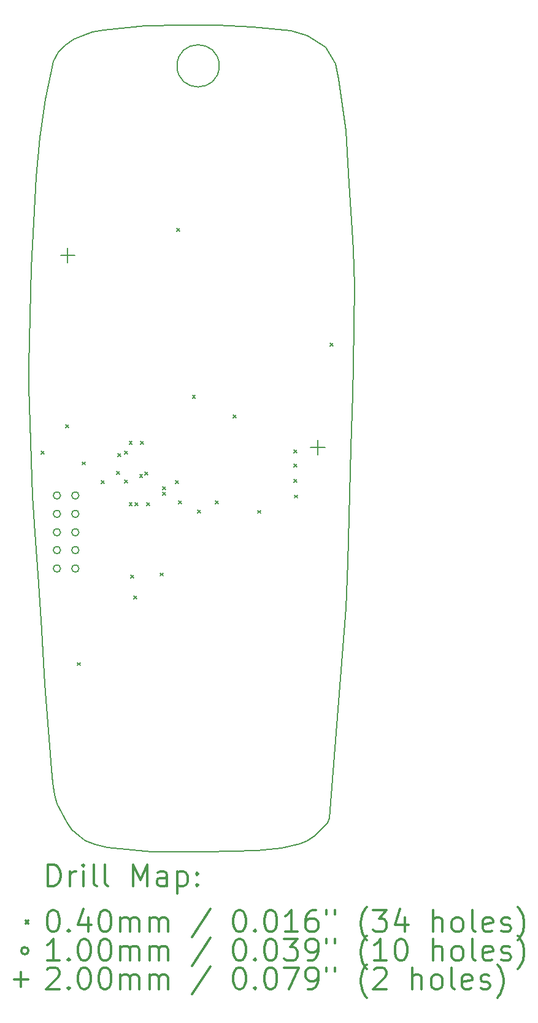
<source format=gbr>
%FSLAX45Y45*%
G04 Gerber Fmt 4.5, Leading zero omitted, Abs format (unit mm)*
G04 Created by KiCad (PCBNEW 4.0.7) date Mon Aug 20 12:58:33 2018*
%MOMM*%
%LPD*%
G01*
G04 APERTURE LIST*
%ADD10C,0.127000*%
%ADD11C,0.150000*%
%ADD12C,0.200000*%
%ADD13C,0.300000*%
G04 APERTURE END LIST*
D10*
D11*
X8060000Y-11820000D02*
X8040000Y-12450000D01*
X3835000Y-12756000D02*
X3880000Y-13500000D01*
X6285689Y-4965000D02*
G75*
G03X6285689Y-4965000I-290689J0D01*
G01*
X3695000Y-10405000D02*
X3710000Y-10905000D01*
X7810000Y-15340000D02*
X8040000Y-12450000D01*
X3990000Y-14860000D02*
X4015000Y-15020000D01*
X7785000Y-15410000D02*
X7810000Y-15340000D01*
X7605000Y-15590000D02*
X7785000Y-15410000D01*
X7505000Y-15655000D02*
X7605000Y-15590000D01*
X7400000Y-15700000D02*
X7505000Y-15655000D01*
X7150000Y-15755000D02*
X7400000Y-15700000D01*
X6810000Y-15790000D02*
X7150000Y-15755000D01*
X6105000Y-15810000D02*
X6810000Y-15790000D01*
X5350000Y-15805000D02*
X6105000Y-15810000D01*
X4745000Y-15750000D02*
X5350000Y-15805000D01*
X4575000Y-15710000D02*
X4745000Y-15750000D01*
X4440000Y-15655000D02*
X4575000Y-15710000D01*
X4350000Y-15590000D02*
X4440000Y-15655000D01*
X4255000Y-15500000D02*
X4350000Y-15590000D01*
X4185000Y-15405000D02*
X4255000Y-15500000D01*
X4050000Y-15150000D02*
X4185000Y-15405000D01*
X4015000Y-15020000D02*
X4050000Y-15150000D01*
X3970000Y-14670000D02*
X3990000Y-14860000D01*
X3880000Y-13500000D02*
X3970000Y-14670000D01*
X3790000Y-12105000D02*
X3835000Y-12755000D01*
X3740000Y-11405000D02*
X3790000Y-12105000D01*
X3710000Y-10905000D02*
X3740000Y-11405000D01*
X3660000Y-9395000D02*
X3695000Y-10405000D01*
X3660000Y-9095000D02*
X3660000Y-9395000D01*
X3695000Y-7750000D02*
X3660000Y-9095000D01*
X3760000Y-6495000D02*
X3695000Y-7750000D01*
X3810000Y-5955000D02*
X3760000Y-6495000D01*
X3885000Y-5430000D02*
X3810000Y-5955000D01*
X4000000Y-4900000D02*
X3885000Y-5430000D01*
X4065000Y-4775000D02*
X4000000Y-4900000D01*
X4155000Y-4685000D02*
X4065000Y-4775000D01*
X4280000Y-4600000D02*
X4155000Y-4685000D01*
X4400000Y-4545000D02*
X4280000Y-4600000D01*
X4540000Y-4500000D02*
X4400000Y-4545000D01*
X4690000Y-4470000D02*
X4540000Y-4500000D01*
X5265000Y-4415000D02*
X4690000Y-4470000D01*
X5765000Y-4400000D02*
X5265000Y-4415000D01*
X6260000Y-4400000D02*
X5765000Y-4400000D01*
X6750000Y-4430000D02*
X6260000Y-4400000D01*
X7270000Y-4480000D02*
X6750000Y-4430000D01*
X7500000Y-4550000D02*
X7270000Y-4480000D01*
X7755000Y-4710000D02*
X7500000Y-4550000D01*
X7890000Y-4940000D02*
X7755000Y-4710000D01*
X7935000Y-5150000D02*
X7890000Y-4940000D01*
X8035000Y-5860000D02*
X7935000Y-5150000D01*
X8080000Y-6600000D02*
X8035000Y-5860000D01*
X8110000Y-7100000D02*
X8080000Y-6600000D01*
X8135000Y-7500000D02*
X8110000Y-7100000D01*
X8155000Y-8000000D02*
X8135000Y-7500000D01*
X8140000Y-9100000D02*
X8155000Y-8000000D01*
X8130000Y-9500000D02*
X8140000Y-9100000D01*
X8105000Y-10240000D02*
X8130000Y-9500000D01*
X8060000Y-11820000D02*
X8105000Y-10240000D01*
D12*
X3830000Y-10280000D02*
X3870000Y-10320000D01*
X3870000Y-10280000D02*
X3830000Y-10320000D01*
X4164997Y-9915000D02*
X4204997Y-9955000D01*
X4204997Y-9915000D02*
X4164997Y-9955000D01*
X4328000Y-13198000D02*
X4368000Y-13238000D01*
X4368000Y-13198000D02*
X4328000Y-13238000D01*
X4393610Y-10430001D02*
X4433610Y-10470001D01*
X4433610Y-10430001D02*
X4393610Y-10470001D01*
X4658000Y-10690000D02*
X4698000Y-10730000D01*
X4698000Y-10690000D02*
X4658000Y-10730000D01*
X4871551Y-10562270D02*
X4911551Y-10602270D01*
X4911551Y-10562270D02*
X4871551Y-10602270D01*
X4889755Y-10315000D02*
X4929755Y-10355000D01*
X4929755Y-10315000D02*
X4889755Y-10355000D01*
X4980000Y-10280000D02*
X5020000Y-10320000D01*
X5020000Y-10280000D02*
X4980000Y-10320000D01*
X4980000Y-10680000D02*
X5020000Y-10720000D01*
X5020000Y-10680000D02*
X4980000Y-10720000D01*
X5043000Y-10145000D02*
X5083000Y-10185000D01*
X5083000Y-10145000D02*
X5043000Y-10185000D01*
X5043000Y-10995000D02*
X5083000Y-11035000D01*
X5083000Y-10995000D02*
X5043000Y-11035000D01*
X5067000Y-11989000D02*
X5107000Y-12029000D01*
X5107000Y-11989000D02*
X5067000Y-12029000D01*
X5110000Y-12280000D02*
X5150000Y-12320000D01*
X5150000Y-12280000D02*
X5110000Y-12320000D01*
X5123000Y-10995000D02*
X5163000Y-11035000D01*
X5163000Y-10995000D02*
X5123000Y-11035000D01*
X5188000Y-10605000D02*
X5228000Y-10645000D01*
X5228000Y-10605000D02*
X5188000Y-10645000D01*
X5203000Y-10145000D02*
X5243000Y-10185000D01*
X5243000Y-10145000D02*
X5203000Y-10185000D01*
X5262962Y-10571038D02*
X5302962Y-10611038D01*
X5302962Y-10571038D02*
X5262962Y-10611038D01*
X5283000Y-10995000D02*
X5323000Y-11035000D01*
X5323000Y-10995000D02*
X5283000Y-11035000D01*
X5473000Y-11962000D02*
X5513000Y-12002000D01*
X5513000Y-11962000D02*
X5473000Y-12002000D01*
X5508000Y-10770000D02*
X5548000Y-10810000D01*
X5548000Y-10770000D02*
X5508000Y-10810000D01*
X5508000Y-10850000D02*
X5548000Y-10890000D01*
X5548000Y-10850000D02*
X5508000Y-10890000D01*
X5682000Y-10685999D02*
X5722000Y-10725999D01*
X5722000Y-10685999D02*
X5682000Y-10725999D01*
X5700000Y-7210000D02*
X5740000Y-7250000D01*
X5740000Y-7210000D02*
X5700000Y-7250000D01*
X5722516Y-10967265D02*
X5762516Y-11007265D01*
X5762516Y-10967265D02*
X5722516Y-11007265D01*
X5915000Y-9512000D02*
X5955000Y-9552000D01*
X5955000Y-9512000D02*
X5915000Y-9552000D01*
X5986000Y-11092000D02*
X6026000Y-11132000D01*
X6026000Y-11092000D02*
X5986000Y-11132000D01*
X6231000Y-10968000D02*
X6271000Y-11008000D01*
X6271000Y-10968000D02*
X6231000Y-11008000D01*
X6480000Y-9780000D02*
X6520000Y-9820000D01*
X6520000Y-9780000D02*
X6480000Y-9820000D01*
X6819000Y-11098000D02*
X6859000Y-11138000D01*
X6859000Y-11098000D02*
X6819000Y-11138000D01*
X7320000Y-10261000D02*
X7360000Y-10301000D01*
X7360000Y-10261000D02*
X7320000Y-10301000D01*
X7320000Y-10461000D02*
X7360000Y-10501000D01*
X7360000Y-10461000D02*
X7320000Y-10501000D01*
X7320000Y-10671000D02*
X7360000Y-10711000D01*
X7360000Y-10671000D02*
X7320000Y-10711000D01*
X7325000Y-10886000D02*
X7365000Y-10926000D01*
X7365000Y-10886000D02*
X7325000Y-10926000D01*
X7815000Y-8790000D02*
X7855000Y-8830000D01*
X7855000Y-8790000D02*
X7815000Y-8830000D01*
X4096000Y-10892000D02*
G75*
G03X4096000Y-10892000I-50000J0D01*
G01*
X4096000Y-11146000D02*
G75*
G03X4096000Y-11146000I-50000J0D01*
G01*
X4096000Y-11400000D02*
G75*
G03X4096000Y-11400000I-50000J0D01*
G01*
X4096000Y-11646000D02*
G75*
G03X4096000Y-11646000I-50000J0D01*
G01*
X4096000Y-11900000D02*
G75*
G03X4096000Y-11900000I-50000J0D01*
G01*
X4350000Y-10892000D02*
G75*
G03X4350000Y-10892000I-50000J0D01*
G01*
X4350000Y-11146000D02*
G75*
G03X4350000Y-11146000I-50000J0D01*
G01*
X4350000Y-11400000D02*
G75*
G03X4350000Y-11400000I-50000J0D01*
G01*
X4350000Y-11646000D02*
G75*
G03X4350000Y-11646000I-50000J0D01*
G01*
X4350000Y-11900000D02*
G75*
G03X4350000Y-11900000I-50000J0D01*
G01*
X4195000Y-7480000D02*
X4195000Y-7680000D01*
X4095000Y-7580000D02*
X4295000Y-7580000D01*
X7645000Y-10130000D02*
X7645000Y-10330000D01*
X7545000Y-10230000D02*
X7745000Y-10230000D01*
D13*
X3923928Y-16283214D02*
X3923928Y-15983214D01*
X3995357Y-15983214D01*
X4038214Y-15997500D01*
X4066786Y-16026071D01*
X4081071Y-16054643D01*
X4095357Y-16111786D01*
X4095357Y-16154643D01*
X4081071Y-16211786D01*
X4066786Y-16240357D01*
X4038214Y-16268929D01*
X3995357Y-16283214D01*
X3923928Y-16283214D01*
X4223929Y-16283214D02*
X4223929Y-16083214D01*
X4223929Y-16140357D02*
X4238214Y-16111786D01*
X4252500Y-16097500D01*
X4281071Y-16083214D01*
X4309643Y-16083214D01*
X4409643Y-16283214D02*
X4409643Y-16083214D01*
X4409643Y-15983214D02*
X4395357Y-15997500D01*
X4409643Y-16011786D01*
X4423929Y-15997500D01*
X4409643Y-15983214D01*
X4409643Y-16011786D01*
X4595357Y-16283214D02*
X4566786Y-16268929D01*
X4552500Y-16240357D01*
X4552500Y-15983214D01*
X4752500Y-16283214D02*
X4723929Y-16268929D01*
X4709643Y-16240357D01*
X4709643Y-15983214D01*
X5095357Y-16283214D02*
X5095357Y-15983214D01*
X5195357Y-16197500D01*
X5295357Y-15983214D01*
X5295357Y-16283214D01*
X5566786Y-16283214D02*
X5566786Y-16126071D01*
X5552500Y-16097500D01*
X5523929Y-16083214D01*
X5466786Y-16083214D01*
X5438214Y-16097500D01*
X5566786Y-16268929D02*
X5538214Y-16283214D01*
X5466786Y-16283214D01*
X5438214Y-16268929D01*
X5423929Y-16240357D01*
X5423929Y-16211786D01*
X5438214Y-16183214D01*
X5466786Y-16168929D01*
X5538214Y-16168929D01*
X5566786Y-16154643D01*
X5709643Y-16083214D02*
X5709643Y-16383214D01*
X5709643Y-16097500D02*
X5738214Y-16083214D01*
X5795357Y-16083214D01*
X5823928Y-16097500D01*
X5838214Y-16111786D01*
X5852500Y-16140357D01*
X5852500Y-16226071D01*
X5838214Y-16254643D01*
X5823928Y-16268929D01*
X5795357Y-16283214D01*
X5738214Y-16283214D01*
X5709643Y-16268929D01*
X5981071Y-16254643D02*
X5995357Y-16268929D01*
X5981071Y-16283214D01*
X5966786Y-16268929D01*
X5981071Y-16254643D01*
X5981071Y-16283214D01*
X5981071Y-16097500D02*
X5995357Y-16111786D01*
X5981071Y-16126071D01*
X5966786Y-16111786D01*
X5981071Y-16097500D01*
X5981071Y-16126071D01*
X3612500Y-16757500D02*
X3652500Y-16797500D01*
X3652500Y-16757500D02*
X3612500Y-16797500D01*
X3981071Y-16613214D02*
X4009643Y-16613214D01*
X4038214Y-16627500D01*
X4052500Y-16641786D01*
X4066786Y-16670357D01*
X4081071Y-16727500D01*
X4081071Y-16798929D01*
X4066786Y-16856072D01*
X4052500Y-16884643D01*
X4038214Y-16898929D01*
X4009643Y-16913214D01*
X3981071Y-16913214D01*
X3952500Y-16898929D01*
X3938214Y-16884643D01*
X3923928Y-16856072D01*
X3909643Y-16798929D01*
X3909643Y-16727500D01*
X3923928Y-16670357D01*
X3938214Y-16641786D01*
X3952500Y-16627500D01*
X3981071Y-16613214D01*
X4209643Y-16884643D02*
X4223929Y-16898929D01*
X4209643Y-16913214D01*
X4195357Y-16898929D01*
X4209643Y-16884643D01*
X4209643Y-16913214D01*
X4481071Y-16713214D02*
X4481071Y-16913214D01*
X4409643Y-16598929D02*
X4338214Y-16813214D01*
X4523928Y-16813214D01*
X4695357Y-16613214D02*
X4723929Y-16613214D01*
X4752500Y-16627500D01*
X4766786Y-16641786D01*
X4781071Y-16670357D01*
X4795357Y-16727500D01*
X4795357Y-16798929D01*
X4781071Y-16856072D01*
X4766786Y-16884643D01*
X4752500Y-16898929D01*
X4723929Y-16913214D01*
X4695357Y-16913214D01*
X4666786Y-16898929D01*
X4652500Y-16884643D01*
X4638214Y-16856072D01*
X4623929Y-16798929D01*
X4623929Y-16727500D01*
X4638214Y-16670357D01*
X4652500Y-16641786D01*
X4666786Y-16627500D01*
X4695357Y-16613214D01*
X4923929Y-16913214D02*
X4923929Y-16713214D01*
X4923929Y-16741786D02*
X4938214Y-16727500D01*
X4966786Y-16713214D01*
X5009643Y-16713214D01*
X5038214Y-16727500D01*
X5052500Y-16756071D01*
X5052500Y-16913214D01*
X5052500Y-16756071D02*
X5066786Y-16727500D01*
X5095357Y-16713214D01*
X5138214Y-16713214D01*
X5166786Y-16727500D01*
X5181071Y-16756071D01*
X5181071Y-16913214D01*
X5323929Y-16913214D02*
X5323929Y-16713214D01*
X5323929Y-16741786D02*
X5338214Y-16727500D01*
X5366786Y-16713214D01*
X5409643Y-16713214D01*
X5438214Y-16727500D01*
X5452500Y-16756071D01*
X5452500Y-16913214D01*
X5452500Y-16756071D02*
X5466786Y-16727500D01*
X5495357Y-16713214D01*
X5538214Y-16713214D01*
X5566786Y-16727500D01*
X5581071Y-16756071D01*
X5581071Y-16913214D01*
X6166786Y-16598929D02*
X5909643Y-16984643D01*
X6552500Y-16613214D02*
X6581071Y-16613214D01*
X6609643Y-16627500D01*
X6623928Y-16641786D01*
X6638214Y-16670357D01*
X6652500Y-16727500D01*
X6652500Y-16798929D01*
X6638214Y-16856072D01*
X6623928Y-16884643D01*
X6609643Y-16898929D01*
X6581071Y-16913214D01*
X6552500Y-16913214D01*
X6523928Y-16898929D01*
X6509643Y-16884643D01*
X6495357Y-16856072D01*
X6481071Y-16798929D01*
X6481071Y-16727500D01*
X6495357Y-16670357D01*
X6509643Y-16641786D01*
X6523928Y-16627500D01*
X6552500Y-16613214D01*
X6781071Y-16884643D02*
X6795357Y-16898929D01*
X6781071Y-16913214D01*
X6766786Y-16898929D01*
X6781071Y-16884643D01*
X6781071Y-16913214D01*
X6981071Y-16613214D02*
X7009643Y-16613214D01*
X7038214Y-16627500D01*
X7052500Y-16641786D01*
X7066785Y-16670357D01*
X7081071Y-16727500D01*
X7081071Y-16798929D01*
X7066785Y-16856072D01*
X7052500Y-16884643D01*
X7038214Y-16898929D01*
X7009643Y-16913214D01*
X6981071Y-16913214D01*
X6952500Y-16898929D01*
X6938214Y-16884643D01*
X6923928Y-16856072D01*
X6909643Y-16798929D01*
X6909643Y-16727500D01*
X6923928Y-16670357D01*
X6938214Y-16641786D01*
X6952500Y-16627500D01*
X6981071Y-16613214D01*
X7366785Y-16913214D02*
X7195357Y-16913214D01*
X7281071Y-16913214D02*
X7281071Y-16613214D01*
X7252500Y-16656071D01*
X7223928Y-16684643D01*
X7195357Y-16698929D01*
X7623928Y-16613214D02*
X7566785Y-16613214D01*
X7538214Y-16627500D01*
X7523928Y-16641786D01*
X7495357Y-16684643D01*
X7481071Y-16741786D01*
X7481071Y-16856072D01*
X7495357Y-16884643D01*
X7509643Y-16898929D01*
X7538214Y-16913214D01*
X7595357Y-16913214D01*
X7623928Y-16898929D01*
X7638214Y-16884643D01*
X7652500Y-16856072D01*
X7652500Y-16784643D01*
X7638214Y-16756071D01*
X7623928Y-16741786D01*
X7595357Y-16727500D01*
X7538214Y-16727500D01*
X7509643Y-16741786D01*
X7495357Y-16756071D01*
X7481071Y-16784643D01*
X7766786Y-16613214D02*
X7766786Y-16670357D01*
X7881071Y-16613214D02*
X7881071Y-16670357D01*
X8323928Y-17027500D02*
X8309643Y-17013214D01*
X8281071Y-16970357D01*
X8266785Y-16941786D01*
X8252500Y-16898929D01*
X8238214Y-16827500D01*
X8238214Y-16770357D01*
X8252500Y-16698929D01*
X8266785Y-16656071D01*
X8281071Y-16627500D01*
X8309643Y-16584643D01*
X8323928Y-16570357D01*
X8409643Y-16613214D02*
X8595357Y-16613214D01*
X8495357Y-16727500D01*
X8538214Y-16727500D01*
X8566786Y-16741786D01*
X8581071Y-16756071D01*
X8595357Y-16784643D01*
X8595357Y-16856072D01*
X8581071Y-16884643D01*
X8566786Y-16898929D01*
X8538214Y-16913214D01*
X8452500Y-16913214D01*
X8423928Y-16898929D01*
X8409643Y-16884643D01*
X8852500Y-16713214D02*
X8852500Y-16913214D01*
X8781071Y-16598929D02*
X8709643Y-16813214D01*
X8895357Y-16813214D01*
X9238214Y-16913214D02*
X9238214Y-16613214D01*
X9366786Y-16913214D02*
X9366786Y-16756071D01*
X9352500Y-16727500D01*
X9323928Y-16713214D01*
X9281071Y-16713214D01*
X9252500Y-16727500D01*
X9238214Y-16741786D01*
X9552500Y-16913214D02*
X9523928Y-16898929D01*
X9509643Y-16884643D01*
X9495357Y-16856072D01*
X9495357Y-16770357D01*
X9509643Y-16741786D01*
X9523928Y-16727500D01*
X9552500Y-16713214D01*
X9595357Y-16713214D01*
X9623928Y-16727500D01*
X9638214Y-16741786D01*
X9652500Y-16770357D01*
X9652500Y-16856072D01*
X9638214Y-16884643D01*
X9623928Y-16898929D01*
X9595357Y-16913214D01*
X9552500Y-16913214D01*
X9823928Y-16913214D02*
X9795357Y-16898929D01*
X9781071Y-16870357D01*
X9781071Y-16613214D01*
X10052500Y-16898929D02*
X10023929Y-16913214D01*
X9966786Y-16913214D01*
X9938214Y-16898929D01*
X9923929Y-16870357D01*
X9923929Y-16756071D01*
X9938214Y-16727500D01*
X9966786Y-16713214D01*
X10023929Y-16713214D01*
X10052500Y-16727500D01*
X10066786Y-16756071D01*
X10066786Y-16784643D01*
X9923929Y-16813214D01*
X10181071Y-16898929D02*
X10209643Y-16913214D01*
X10266786Y-16913214D01*
X10295357Y-16898929D01*
X10309643Y-16870357D01*
X10309643Y-16856072D01*
X10295357Y-16827500D01*
X10266786Y-16813214D01*
X10223929Y-16813214D01*
X10195357Y-16798929D01*
X10181071Y-16770357D01*
X10181071Y-16756071D01*
X10195357Y-16727500D01*
X10223929Y-16713214D01*
X10266786Y-16713214D01*
X10295357Y-16727500D01*
X10409643Y-17027500D02*
X10423929Y-17013214D01*
X10452500Y-16970357D01*
X10466786Y-16941786D01*
X10481071Y-16898929D01*
X10495357Y-16827500D01*
X10495357Y-16770357D01*
X10481071Y-16698929D01*
X10466786Y-16656071D01*
X10452500Y-16627500D01*
X10423929Y-16584643D01*
X10409643Y-16570357D01*
X3652500Y-17173500D02*
G75*
G03X3652500Y-17173500I-50000J0D01*
G01*
X4081071Y-17309214D02*
X3909643Y-17309214D01*
X3995357Y-17309214D02*
X3995357Y-17009214D01*
X3966786Y-17052072D01*
X3938214Y-17080643D01*
X3909643Y-17094929D01*
X4209643Y-17280643D02*
X4223929Y-17294929D01*
X4209643Y-17309214D01*
X4195357Y-17294929D01*
X4209643Y-17280643D01*
X4209643Y-17309214D01*
X4409643Y-17009214D02*
X4438214Y-17009214D01*
X4466786Y-17023500D01*
X4481071Y-17037786D01*
X4495357Y-17066357D01*
X4509643Y-17123500D01*
X4509643Y-17194929D01*
X4495357Y-17252072D01*
X4481071Y-17280643D01*
X4466786Y-17294929D01*
X4438214Y-17309214D01*
X4409643Y-17309214D01*
X4381071Y-17294929D01*
X4366786Y-17280643D01*
X4352500Y-17252072D01*
X4338214Y-17194929D01*
X4338214Y-17123500D01*
X4352500Y-17066357D01*
X4366786Y-17037786D01*
X4381071Y-17023500D01*
X4409643Y-17009214D01*
X4695357Y-17009214D02*
X4723929Y-17009214D01*
X4752500Y-17023500D01*
X4766786Y-17037786D01*
X4781071Y-17066357D01*
X4795357Y-17123500D01*
X4795357Y-17194929D01*
X4781071Y-17252072D01*
X4766786Y-17280643D01*
X4752500Y-17294929D01*
X4723929Y-17309214D01*
X4695357Y-17309214D01*
X4666786Y-17294929D01*
X4652500Y-17280643D01*
X4638214Y-17252072D01*
X4623929Y-17194929D01*
X4623929Y-17123500D01*
X4638214Y-17066357D01*
X4652500Y-17037786D01*
X4666786Y-17023500D01*
X4695357Y-17009214D01*
X4923929Y-17309214D02*
X4923929Y-17109214D01*
X4923929Y-17137786D02*
X4938214Y-17123500D01*
X4966786Y-17109214D01*
X5009643Y-17109214D01*
X5038214Y-17123500D01*
X5052500Y-17152072D01*
X5052500Y-17309214D01*
X5052500Y-17152072D02*
X5066786Y-17123500D01*
X5095357Y-17109214D01*
X5138214Y-17109214D01*
X5166786Y-17123500D01*
X5181071Y-17152072D01*
X5181071Y-17309214D01*
X5323929Y-17309214D02*
X5323929Y-17109214D01*
X5323929Y-17137786D02*
X5338214Y-17123500D01*
X5366786Y-17109214D01*
X5409643Y-17109214D01*
X5438214Y-17123500D01*
X5452500Y-17152072D01*
X5452500Y-17309214D01*
X5452500Y-17152072D02*
X5466786Y-17123500D01*
X5495357Y-17109214D01*
X5538214Y-17109214D01*
X5566786Y-17123500D01*
X5581071Y-17152072D01*
X5581071Y-17309214D01*
X6166786Y-16994929D02*
X5909643Y-17380643D01*
X6552500Y-17009214D02*
X6581071Y-17009214D01*
X6609643Y-17023500D01*
X6623928Y-17037786D01*
X6638214Y-17066357D01*
X6652500Y-17123500D01*
X6652500Y-17194929D01*
X6638214Y-17252072D01*
X6623928Y-17280643D01*
X6609643Y-17294929D01*
X6581071Y-17309214D01*
X6552500Y-17309214D01*
X6523928Y-17294929D01*
X6509643Y-17280643D01*
X6495357Y-17252072D01*
X6481071Y-17194929D01*
X6481071Y-17123500D01*
X6495357Y-17066357D01*
X6509643Y-17037786D01*
X6523928Y-17023500D01*
X6552500Y-17009214D01*
X6781071Y-17280643D02*
X6795357Y-17294929D01*
X6781071Y-17309214D01*
X6766786Y-17294929D01*
X6781071Y-17280643D01*
X6781071Y-17309214D01*
X6981071Y-17009214D02*
X7009643Y-17009214D01*
X7038214Y-17023500D01*
X7052500Y-17037786D01*
X7066785Y-17066357D01*
X7081071Y-17123500D01*
X7081071Y-17194929D01*
X7066785Y-17252072D01*
X7052500Y-17280643D01*
X7038214Y-17294929D01*
X7009643Y-17309214D01*
X6981071Y-17309214D01*
X6952500Y-17294929D01*
X6938214Y-17280643D01*
X6923928Y-17252072D01*
X6909643Y-17194929D01*
X6909643Y-17123500D01*
X6923928Y-17066357D01*
X6938214Y-17037786D01*
X6952500Y-17023500D01*
X6981071Y-17009214D01*
X7181071Y-17009214D02*
X7366785Y-17009214D01*
X7266785Y-17123500D01*
X7309643Y-17123500D01*
X7338214Y-17137786D01*
X7352500Y-17152072D01*
X7366785Y-17180643D01*
X7366785Y-17252072D01*
X7352500Y-17280643D01*
X7338214Y-17294929D01*
X7309643Y-17309214D01*
X7223928Y-17309214D01*
X7195357Y-17294929D01*
X7181071Y-17280643D01*
X7509643Y-17309214D02*
X7566785Y-17309214D01*
X7595357Y-17294929D01*
X7609643Y-17280643D01*
X7638214Y-17237786D01*
X7652500Y-17180643D01*
X7652500Y-17066357D01*
X7638214Y-17037786D01*
X7623928Y-17023500D01*
X7595357Y-17009214D01*
X7538214Y-17009214D01*
X7509643Y-17023500D01*
X7495357Y-17037786D01*
X7481071Y-17066357D01*
X7481071Y-17137786D01*
X7495357Y-17166357D01*
X7509643Y-17180643D01*
X7538214Y-17194929D01*
X7595357Y-17194929D01*
X7623928Y-17180643D01*
X7638214Y-17166357D01*
X7652500Y-17137786D01*
X7766786Y-17009214D02*
X7766786Y-17066357D01*
X7881071Y-17009214D02*
X7881071Y-17066357D01*
X8323928Y-17423500D02*
X8309643Y-17409214D01*
X8281071Y-17366357D01*
X8266785Y-17337786D01*
X8252500Y-17294929D01*
X8238214Y-17223500D01*
X8238214Y-17166357D01*
X8252500Y-17094929D01*
X8266785Y-17052072D01*
X8281071Y-17023500D01*
X8309643Y-16980643D01*
X8323928Y-16966357D01*
X8595357Y-17309214D02*
X8423928Y-17309214D01*
X8509643Y-17309214D02*
X8509643Y-17009214D01*
X8481071Y-17052072D01*
X8452500Y-17080643D01*
X8423928Y-17094929D01*
X8781071Y-17009214D02*
X8809643Y-17009214D01*
X8838214Y-17023500D01*
X8852500Y-17037786D01*
X8866786Y-17066357D01*
X8881071Y-17123500D01*
X8881071Y-17194929D01*
X8866786Y-17252072D01*
X8852500Y-17280643D01*
X8838214Y-17294929D01*
X8809643Y-17309214D01*
X8781071Y-17309214D01*
X8752500Y-17294929D01*
X8738214Y-17280643D01*
X8723928Y-17252072D01*
X8709643Y-17194929D01*
X8709643Y-17123500D01*
X8723928Y-17066357D01*
X8738214Y-17037786D01*
X8752500Y-17023500D01*
X8781071Y-17009214D01*
X9238214Y-17309214D02*
X9238214Y-17009214D01*
X9366786Y-17309214D02*
X9366786Y-17152072D01*
X9352500Y-17123500D01*
X9323928Y-17109214D01*
X9281071Y-17109214D01*
X9252500Y-17123500D01*
X9238214Y-17137786D01*
X9552500Y-17309214D02*
X9523928Y-17294929D01*
X9509643Y-17280643D01*
X9495357Y-17252072D01*
X9495357Y-17166357D01*
X9509643Y-17137786D01*
X9523928Y-17123500D01*
X9552500Y-17109214D01*
X9595357Y-17109214D01*
X9623928Y-17123500D01*
X9638214Y-17137786D01*
X9652500Y-17166357D01*
X9652500Y-17252072D01*
X9638214Y-17280643D01*
X9623928Y-17294929D01*
X9595357Y-17309214D01*
X9552500Y-17309214D01*
X9823928Y-17309214D02*
X9795357Y-17294929D01*
X9781071Y-17266357D01*
X9781071Y-17009214D01*
X10052500Y-17294929D02*
X10023929Y-17309214D01*
X9966786Y-17309214D01*
X9938214Y-17294929D01*
X9923929Y-17266357D01*
X9923929Y-17152072D01*
X9938214Y-17123500D01*
X9966786Y-17109214D01*
X10023929Y-17109214D01*
X10052500Y-17123500D01*
X10066786Y-17152072D01*
X10066786Y-17180643D01*
X9923929Y-17209214D01*
X10181071Y-17294929D02*
X10209643Y-17309214D01*
X10266786Y-17309214D01*
X10295357Y-17294929D01*
X10309643Y-17266357D01*
X10309643Y-17252072D01*
X10295357Y-17223500D01*
X10266786Y-17209214D01*
X10223929Y-17209214D01*
X10195357Y-17194929D01*
X10181071Y-17166357D01*
X10181071Y-17152072D01*
X10195357Y-17123500D01*
X10223929Y-17109214D01*
X10266786Y-17109214D01*
X10295357Y-17123500D01*
X10409643Y-17423500D02*
X10423929Y-17409214D01*
X10452500Y-17366357D01*
X10466786Y-17337786D01*
X10481071Y-17294929D01*
X10495357Y-17223500D01*
X10495357Y-17166357D01*
X10481071Y-17094929D01*
X10466786Y-17052072D01*
X10452500Y-17023500D01*
X10423929Y-16980643D01*
X10409643Y-16966357D01*
X3552500Y-17469500D02*
X3552500Y-17669500D01*
X3452500Y-17569500D02*
X3652500Y-17569500D01*
X3909643Y-17433786D02*
X3923928Y-17419500D01*
X3952500Y-17405214D01*
X4023928Y-17405214D01*
X4052500Y-17419500D01*
X4066786Y-17433786D01*
X4081071Y-17462357D01*
X4081071Y-17490929D01*
X4066786Y-17533786D01*
X3895357Y-17705214D01*
X4081071Y-17705214D01*
X4209643Y-17676643D02*
X4223929Y-17690929D01*
X4209643Y-17705214D01*
X4195357Y-17690929D01*
X4209643Y-17676643D01*
X4209643Y-17705214D01*
X4409643Y-17405214D02*
X4438214Y-17405214D01*
X4466786Y-17419500D01*
X4481071Y-17433786D01*
X4495357Y-17462357D01*
X4509643Y-17519500D01*
X4509643Y-17590929D01*
X4495357Y-17648072D01*
X4481071Y-17676643D01*
X4466786Y-17690929D01*
X4438214Y-17705214D01*
X4409643Y-17705214D01*
X4381071Y-17690929D01*
X4366786Y-17676643D01*
X4352500Y-17648072D01*
X4338214Y-17590929D01*
X4338214Y-17519500D01*
X4352500Y-17462357D01*
X4366786Y-17433786D01*
X4381071Y-17419500D01*
X4409643Y-17405214D01*
X4695357Y-17405214D02*
X4723929Y-17405214D01*
X4752500Y-17419500D01*
X4766786Y-17433786D01*
X4781071Y-17462357D01*
X4795357Y-17519500D01*
X4795357Y-17590929D01*
X4781071Y-17648072D01*
X4766786Y-17676643D01*
X4752500Y-17690929D01*
X4723929Y-17705214D01*
X4695357Y-17705214D01*
X4666786Y-17690929D01*
X4652500Y-17676643D01*
X4638214Y-17648072D01*
X4623929Y-17590929D01*
X4623929Y-17519500D01*
X4638214Y-17462357D01*
X4652500Y-17433786D01*
X4666786Y-17419500D01*
X4695357Y-17405214D01*
X4923929Y-17705214D02*
X4923929Y-17505214D01*
X4923929Y-17533786D02*
X4938214Y-17519500D01*
X4966786Y-17505214D01*
X5009643Y-17505214D01*
X5038214Y-17519500D01*
X5052500Y-17548072D01*
X5052500Y-17705214D01*
X5052500Y-17548072D02*
X5066786Y-17519500D01*
X5095357Y-17505214D01*
X5138214Y-17505214D01*
X5166786Y-17519500D01*
X5181071Y-17548072D01*
X5181071Y-17705214D01*
X5323929Y-17705214D02*
X5323929Y-17505214D01*
X5323929Y-17533786D02*
X5338214Y-17519500D01*
X5366786Y-17505214D01*
X5409643Y-17505214D01*
X5438214Y-17519500D01*
X5452500Y-17548072D01*
X5452500Y-17705214D01*
X5452500Y-17548072D02*
X5466786Y-17519500D01*
X5495357Y-17505214D01*
X5538214Y-17505214D01*
X5566786Y-17519500D01*
X5581071Y-17548072D01*
X5581071Y-17705214D01*
X6166786Y-17390929D02*
X5909643Y-17776643D01*
X6552500Y-17405214D02*
X6581071Y-17405214D01*
X6609643Y-17419500D01*
X6623928Y-17433786D01*
X6638214Y-17462357D01*
X6652500Y-17519500D01*
X6652500Y-17590929D01*
X6638214Y-17648072D01*
X6623928Y-17676643D01*
X6609643Y-17690929D01*
X6581071Y-17705214D01*
X6552500Y-17705214D01*
X6523928Y-17690929D01*
X6509643Y-17676643D01*
X6495357Y-17648072D01*
X6481071Y-17590929D01*
X6481071Y-17519500D01*
X6495357Y-17462357D01*
X6509643Y-17433786D01*
X6523928Y-17419500D01*
X6552500Y-17405214D01*
X6781071Y-17676643D02*
X6795357Y-17690929D01*
X6781071Y-17705214D01*
X6766786Y-17690929D01*
X6781071Y-17676643D01*
X6781071Y-17705214D01*
X6981071Y-17405214D02*
X7009643Y-17405214D01*
X7038214Y-17419500D01*
X7052500Y-17433786D01*
X7066785Y-17462357D01*
X7081071Y-17519500D01*
X7081071Y-17590929D01*
X7066785Y-17648072D01*
X7052500Y-17676643D01*
X7038214Y-17690929D01*
X7009643Y-17705214D01*
X6981071Y-17705214D01*
X6952500Y-17690929D01*
X6938214Y-17676643D01*
X6923928Y-17648072D01*
X6909643Y-17590929D01*
X6909643Y-17519500D01*
X6923928Y-17462357D01*
X6938214Y-17433786D01*
X6952500Y-17419500D01*
X6981071Y-17405214D01*
X7181071Y-17405214D02*
X7381071Y-17405214D01*
X7252500Y-17705214D01*
X7509643Y-17705214D02*
X7566785Y-17705214D01*
X7595357Y-17690929D01*
X7609643Y-17676643D01*
X7638214Y-17633786D01*
X7652500Y-17576643D01*
X7652500Y-17462357D01*
X7638214Y-17433786D01*
X7623928Y-17419500D01*
X7595357Y-17405214D01*
X7538214Y-17405214D01*
X7509643Y-17419500D01*
X7495357Y-17433786D01*
X7481071Y-17462357D01*
X7481071Y-17533786D01*
X7495357Y-17562357D01*
X7509643Y-17576643D01*
X7538214Y-17590929D01*
X7595357Y-17590929D01*
X7623928Y-17576643D01*
X7638214Y-17562357D01*
X7652500Y-17533786D01*
X7766786Y-17405214D02*
X7766786Y-17462357D01*
X7881071Y-17405214D02*
X7881071Y-17462357D01*
X8323928Y-17819500D02*
X8309643Y-17805214D01*
X8281071Y-17762357D01*
X8266785Y-17733786D01*
X8252500Y-17690929D01*
X8238214Y-17619500D01*
X8238214Y-17562357D01*
X8252500Y-17490929D01*
X8266785Y-17448072D01*
X8281071Y-17419500D01*
X8309643Y-17376643D01*
X8323928Y-17362357D01*
X8423928Y-17433786D02*
X8438214Y-17419500D01*
X8466786Y-17405214D01*
X8538214Y-17405214D01*
X8566786Y-17419500D01*
X8581071Y-17433786D01*
X8595357Y-17462357D01*
X8595357Y-17490929D01*
X8581071Y-17533786D01*
X8409643Y-17705214D01*
X8595357Y-17705214D01*
X8952500Y-17705214D02*
X8952500Y-17405214D01*
X9081071Y-17705214D02*
X9081071Y-17548072D01*
X9066786Y-17519500D01*
X9038214Y-17505214D01*
X8995357Y-17505214D01*
X8966786Y-17519500D01*
X8952500Y-17533786D01*
X9266786Y-17705214D02*
X9238214Y-17690929D01*
X9223928Y-17676643D01*
X9209643Y-17648072D01*
X9209643Y-17562357D01*
X9223928Y-17533786D01*
X9238214Y-17519500D01*
X9266786Y-17505214D01*
X9309643Y-17505214D01*
X9338214Y-17519500D01*
X9352500Y-17533786D01*
X9366786Y-17562357D01*
X9366786Y-17648072D01*
X9352500Y-17676643D01*
X9338214Y-17690929D01*
X9309643Y-17705214D01*
X9266786Y-17705214D01*
X9538214Y-17705214D02*
X9509643Y-17690929D01*
X9495357Y-17662357D01*
X9495357Y-17405214D01*
X9766786Y-17690929D02*
X9738214Y-17705214D01*
X9681071Y-17705214D01*
X9652500Y-17690929D01*
X9638214Y-17662357D01*
X9638214Y-17548072D01*
X9652500Y-17519500D01*
X9681071Y-17505214D01*
X9738214Y-17505214D01*
X9766786Y-17519500D01*
X9781071Y-17548072D01*
X9781071Y-17576643D01*
X9638214Y-17605214D01*
X9895357Y-17690929D02*
X9923929Y-17705214D01*
X9981071Y-17705214D01*
X10009643Y-17690929D01*
X10023929Y-17662357D01*
X10023929Y-17648072D01*
X10009643Y-17619500D01*
X9981071Y-17605214D01*
X9938214Y-17605214D01*
X9909643Y-17590929D01*
X9895357Y-17562357D01*
X9895357Y-17548072D01*
X9909643Y-17519500D01*
X9938214Y-17505214D01*
X9981071Y-17505214D01*
X10009643Y-17519500D01*
X10123928Y-17819500D02*
X10138214Y-17805214D01*
X10166786Y-17762357D01*
X10181071Y-17733786D01*
X10195357Y-17690929D01*
X10209643Y-17619500D01*
X10209643Y-17562357D01*
X10195357Y-17490929D01*
X10181071Y-17448072D01*
X10166786Y-17419500D01*
X10138214Y-17376643D01*
X10123928Y-17362357D01*
M02*

</source>
